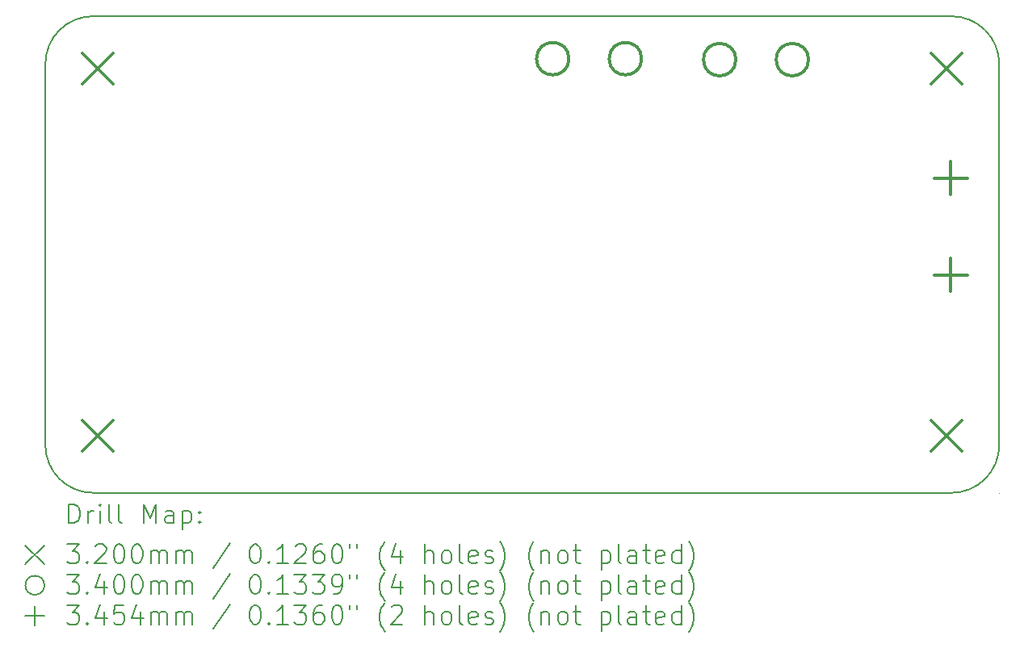
<source format=gbr>
%TF.GenerationSoftware,KiCad,Pcbnew,(6.0.7-1)-1*%
%TF.CreationDate,2022-11-21T17:19:16-08:00*%
%TF.ProjectId,telemetry-emulator-pcb,74656c65-6d65-4747-9279-2d656d756c61,rev?*%
%TF.SameCoordinates,Original*%
%TF.FileFunction,Drillmap*%
%TF.FilePolarity,Positive*%
%FSLAX45Y45*%
G04 Gerber Fmt 4.5, Leading zero omitted, Abs format (unit mm)*
G04 Created by KiCad (PCBNEW (6.0.7-1)-1) date 2022-11-21 17:19:16*
%MOMM*%
%LPD*%
G01*
G04 APERTURE LIST*
%ADD10C,0.200000*%
%ADD11C,0.100000*%
%ADD12C,0.320000*%
%ADD13C,0.340000*%
%ADD14C,0.345440*%
G04 APERTURE END LIST*
D10*
X18500000Y-6500000D02*
G75*
G03*
X18000000Y-6000000I-500000J0D01*
G01*
X9000000Y-11000000D02*
X18000000Y-11000000D01*
D11*
X18500000Y-11000000D02*
X18500000Y-11000000D01*
X18500000Y-11000000D02*
X18500000Y-11000000D01*
X18500000Y-11000000D02*
X18500000Y-11000000D01*
X18500000Y-11000000D02*
X18500000Y-11000000D01*
D10*
X18500000Y-10500000D02*
X18500000Y-6500000D01*
X18000000Y-11000000D02*
G75*
G03*
X18500000Y-10500000I0J500000D01*
G01*
X8500000Y-10500000D02*
X8500000Y-6500000D01*
X9000000Y-6000000D02*
G75*
G03*
X8500000Y-6500000I0J-500000D01*
G01*
X8500000Y-10500000D02*
G75*
G03*
X9000000Y-11000000I500000J0D01*
G01*
X9000000Y-6000000D02*
X18000000Y-6000000D01*
D12*
X8890000Y-6390000D02*
X9210000Y-6710000D01*
X9210000Y-6390000D02*
X8890000Y-6710000D01*
X8890000Y-10240000D02*
X9210000Y-10560000D01*
X9210000Y-10240000D02*
X8890000Y-10560000D01*
X17790000Y-6390000D02*
X18110000Y-6710000D01*
X18110000Y-6390000D02*
X17790000Y-6710000D01*
X17790000Y-10240000D02*
X18110000Y-10560000D01*
X18110000Y-10240000D02*
X17790000Y-10560000D01*
D13*
X13989000Y-6445500D02*
G75*
G03*
X13989000Y-6445500I-170000J0D01*
G01*
X14751000Y-6445500D02*
G75*
G03*
X14751000Y-6445500I-170000J0D01*
G01*
X15739000Y-6455500D02*
G75*
G03*
X15739000Y-6455500I-170000J0D01*
G01*
X16501000Y-6455500D02*
G75*
G03*
X16501000Y-6455500I-170000J0D01*
G01*
D14*
X17992850Y-7525230D02*
X17992850Y-7870670D01*
X17820130Y-7697950D02*
X18165570Y-7697950D01*
X17992850Y-8541230D02*
X17992850Y-8886670D01*
X17820130Y-8713950D02*
X18165570Y-8713950D01*
D10*
X8747619Y-11320476D02*
X8747619Y-11120476D01*
X8795238Y-11120476D01*
X8823810Y-11130000D01*
X8842857Y-11149048D01*
X8852381Y-11168095D01*
X8861905Y-11206190D01*
X8861905Y-11234762D01*
X8852381Y-11272857D01*
X8842857Y-11291905D01*
X8823810Y-11310952D01*
X8795238Y-11320476D01*
X8747619Y-11320476D01*
X8947619Y-11320476D02*
X8947619Y-11187143D01*
X8947619Y-11225238D02*
X8957143Y-11206190D01*
X8966667Y-11196667D01*
X8985714Y-11187143D01*
X9004762Y-11187143D01*
X9071429Y-11320476D02*
X9071429Y-11187143D01*
X9071429Y-11120476D02*
X9061905Y-11130000D01*
X9071429Y-11139524D01*
X9080952Y-11130000D01*
X9071429Y-11120476D01*
X9071429Y-11139524D01*
X9195238Y-11320476D02*
X9176190Y-11310952D01*
X9166667Y-11291905D01*
X9166667Y-11120476D01*
X9300000Y-11320476D02*
X9280952Y-11310952D01*
X9271429Y-11291905D01*
X9271429Y-11120476D01*
X9528571Y-11320476D02*
X9528571Y-11120476D01*
X9595238Y-11263333D01*
X9661905Y-11120476D01*
X9661905Y-11320476D01*
X9842857Y-11320476D02*
X9842857Y-11215714D01*
X9833333Y-11196667D01*
X9814286Y-11187143D01*
X9776190Y-11187143D01*
X9757143Y-11196667D01*
X9842857Y-11310952D02*
X9823810Y-11320476D01*
X9776190Y-11320476D01*
X9757143Y-11310952D01*
X9747619Y-11291905D01*
X9747619Y-11272857D01*
X9757143Y-11253809D01*
X9776190Y-11244286D01*
X9823810Y-11244286D01*
X9842857Y-11234762D01*
X9938095Y-11187143D02*
X9938095Y-11387143D01*
X9938095Y-11196667D02*
X9957143Y-11187143D01*
X9995238Y-11187143D01*
X10014286Y-11196667D01*
X10023810Y-11206190D01*
X10033333Y-11225238D01*
X10033333Y-11282381D01*
X10023810Y-11301428D01*
X10014286Y-11310952D01*
X9995238Y-11320476D01*
X9957143Y-11320476D01*
X9938095Y-11310952D01*
X10119048Y-11301428D02*
X10128571Y-11310952D01*
X10119048Y-11320476D01*
X10109524Y-11310952D01*
X10119048Y-11301428D01*
X10119048Y-11320476D01*
X10119048Y-11196667D02*
X10128571Y-11206190D01*
X10119048Y-11215714D01*
X10109524Y-11206190D01*
X10119048Y-11196667D01*
X10119048Y-11215714D01*
X8290000Y-11550000D02*
X8490000Y-11750000D01*
X8490000Y-11550000D02*
X8290000Y-11750000D01*
X8728571Y-11540476D02*
X8852381Y-11540476D01*
X8785714Y-11616667D01*
X8814286Y-11616667D01*
X8833333Y-11626190D01*
X8842857Y-11635714D01*
X8852381Y-11654762D01*
X8852381Y-11702381D01*
X8842857Y-11721428D01*
X8833333Y-11730952D01*
X8814286Y-11740476D01*
X8757143Y-11740476D01*
X8738095Y-11730952D01*
X8728571Y-11721428D01*
X8938095Y-11721428D02*
X8947619Y-11730952D01*
X8938095Y-11740476D01*
X8928571Y-11730952D01*
X8938095Y-11721428D01*
X8938095Y-11740476D01*
X9023810Y-11559524D02*
X9033333Y-11550000D01*
X9052381Y-11540476D01*
X9100000Y-11540476D01*
X9119048Y-11550000D01*
X9128571Y-11559524D01*
X9138095Y-11578571D01*
X9138095Y-11597619D01*
X9128571Y-11626190D01*
X9014286Y-11740476D01*
X9138095Y-11740476D01*
X9261905Y-11540476D02*
X9280952Y-11540476D01*
X9300000Y-11550000D01*
X9309524Y-11559524D01*
X9319048Y-11578571D01*
X9328571Y-11616667D01*
X9328571Y-11664286D01*
X9319048Y-11702381D01*
X9309524Y-11721428D01*
X9300000Y-11730952D01*
X9280952Y-11740476D01*
X9261905Y-11740476D01*
X9242857Y-11730952D01*
X9233333Y-11721428D01*
X9223810Y-11702381D01*
X9214286Y-11664286D01*
X9214286Y-11616667D01*
X9223810Y-11578571D01*
X9233333Y-11559524D01*
X9242857Y-11550000D01*
X9261905Y-11540476D01*
X9452381Y-11540476D02*
X9471429Y-11540476D01*
X9490476Y-11550000D01*
X9500000Y-11559524D01*
X9509524Y-11578571D01*
X9519048Y-11616667D01*
X9519048Y-11664286D01*
X9509524Y-11702381D01*
X9500000Y-11721428D01*
X9490476Y-11730952D01*
X9471429Y-11740476D01*
X9452381Y-11740476D01*
X9433333Y-11730952D01*
X9423810Y-11721428D01*
X9414286Y-11702381D01*
X9404762Y-11664286D01*
X9404762Y-11616667D01*
X9414286Y-11578571D01*
X9423810Y-11559524D01*
X9433333Y-11550000D01*
X9452381Y-11540476D01*
X9604762Y-11740476D02*
X9604762Y-11607143D01*
X9604762Y-11626190D02*
X9614286Y-11616667D01*
X9633333Y-11607143D01*
X9661905Y-11607143D01*
X9680952Y-11616667D01*
X9690476Y-11635714D01*
X9690476Y-11740476D01*
X9690476Y-11635714D02*
X9700000Y-11616667D01*
X9719048Y-11607143D01*
X9747619Y-11607143D01*
X9766667Y-11616667D01*
X9776190Y-11635714D01*
X9776190Y-11740476D01*
X9871429Y-11740476D02*
X9871429Y-11607143D01*
X9871429Y-11626190D02*
X9880952Y-11616667D01*
X9900000Y-11607143D01*
X9928571Y-11607143D01*
X9947619Y-11616667D01*
X9957143Y-11635714D01*
X9957143Y-11740476D01*
X9957143Y-11635714D02*
X9966667Y-11616667D01*
X9985714Y-11607143D01*
X10014286Y-11607143D01*
X10033333Y-11616667D01*
X10042857Y-11635714D01*
X10042857Y-11740476D01*
X10433333Y-11530952D02*
X10261905Y-11788095D01*
X10690476Y-11540476D02*
X10709524Y-11540476D01*
X10728571Y-11550000D01*
X10738095Y-11559524D01*
X10747619Y-11578571D01*
X10757143Y-11616667D01*
X10757143Y-11664286D01*
X10747619Y-11702381D01*
X10738095Y-11721428D01*
X10728571Y-11730952D01*
X10709524Y-11740476D01*
X10690476Y-11740476D01*
X10671429Y-11730952D01*
X10661905Y-11721428D01*
X10652381Y-11702381D01*
X10642857Y-11664286D01*
X10642857Y-11616667D01*
X10652381Y-11578571D01*
X10661905Y-11559524D01*
X10671429Y-11550000D01*
X10690476Y-11540476D01*
X10842857Y-11721428D02*
X10852381Y-11730952D01*
X10842857Y-11740476D01*
X10833333Y-11730952D01*
X10842857Y-11721428D01*
X10842857Y-11740476D01*
X11042857Y-11740476D02*
X10928571Y-11740476D01*
X10985714Y-11740476D02*
X10985714Y-11540476D01*
X10966667Y-11569048D01*
X10947619Y-11588095D01*
X10928571Y-11597619D01*
X11119048Y-11559524D02*
X11128571Y-11550000D01*
X11147619Y-11540476D01*
X11195238Y-11540476D01*
X11214286Y-11550000D01*
X11223809Y-11559524D01*
X11233333Y-11578571D01*
X11233333Y-11597619D01*
X11223809Y-11626190D01*
X11109524Y-11740476D01*
X11233333Y-11740476D01*
X11404762Y-11540476D02*
X11366667Y-11540476D01*
X11347619Y-11550000D01*
X11338095Y-11559524D01*
X11319048Y-11588095D01*
X11309524Y-11626190D01*
X11309524Y-11702381D01*
X11319048Y-11721428D01*
X11328571Y-11730952D01*
X11347619Y-11740476D01*
X11385714Y-11740476D01*
X11404762Y-11730952D01*
X11414286Y-11721428D01*
X11423809Y-11702381D01*
X11423809Y-11654762D01*
X11414286Y-11635714D01*
X11404762Y-11626190D01*
X11385714Y-11616667D01*
X11347619Y-11616667D01*
X11328571Y-11626190D01*
X11319048Y-11635714D01*
X11309524Y-11654762D01*
X11547619Y-11540476D02*
X11566667Y-11540476D01*
X11585714Y-11550000D01*
X11595238Y-11559524D01*
X11604762Y-11578571D01*
X11614286Y-11616667D01*
X11614286Y-11664286D01*
X11604762Y-11702381D01*
X11595238Y-11721428D01*
X11585714Y-11730952D01*
X11566667Y-11740476D01*
X11547619Y-11740476D01*
X11528571Y-11730952D01*
X11519048Y-11721428D01*
X11509524Y-11702381D01*
X11500000Y-11664286D01*
X11500000Y-11616667D01*
X11509524Y-11578571D01*
X11519048Y-11559524D01*
X11528571Y-11550000D01*
X11547619Y-11540476D01*
X11690476Y-11540476D02*
X11690476Y-11578571D01*
X11766667Y-11540476D02*
X11766667Y-11578571D01*
X12061905Y-11816667D02*
X12052381Y-11807143D01*
X12033333Y-11778571D01*
X12023809Y-11759524D01*
X12014286Y-11730952D01*
X12004762Y-11683333D01*
X12004762Y-11645238D01*
X12014286Y-11597619D01*
X12023809Y-11569048D01*
X12033333Y-11550000D01*
X12052381Y-11521428D01*
X12061905Y-11511905D01*
X12223809Y-11607143D02*
X12223809Y-11740476D01*
X12176190Y-11530952D02*
X12128571Y-11673809D01*
X12252381Y-11673809D01*
X12480952Y-11740476D02*
X12480952Y-11540476D01*
X12566667Y-11740476D02*
X12566667Y-11635714D01*
X12557143Y-11616667D01*
X12538095Y-11607143D01*
X12509524Y-11607143D01*
X12490476Y-11616667D01*
X12480952Y-11626190D01*
X12690476Y-11740476D02*
X12671428Y-11730952D01*
X12661905Y-11721428D01*
X12652381Y-11702381D01*
X12652381Y-11645238D01*
X12661905Y-11626190D01*
X12671428Y-11616667D01*
X12690476Y-11607143D01*
X12719048Y-11607143D01*
X12738095Y-11616667D01*
X12747619Y-11626190D01*
X12757143Y-11645238D01*
X12757143Y-11702381D01*
X12747619Y-11721428D01*
X12738095Y-11730952D01*
X12719048Y-11740476D01*
X12690476Y-11740476D01*
X12871428Y-11740476D02*
X12852381Y-11730952D01*
X12842857Y-11711905D01*
X12842857Y-11540476D01*
X13023809Y-11730952D02*
X13004762Y-11740476D01*
X12966667Y-11740476D01*
X12947619Y-11730952D01*
X12938095Y-11711905D01*
X12938095Y-11635714D01*
X12947619Y-11616667D01*
X12966667Y-11607143D01*
X13004762Y-11607143D01*
X13023809Y-11616667D01*
X13033333Y-11635714D01*
X13033333Y-11654762D01*
X12938095Y-11673809D01*
X13109524Y-11730952D02*
X13128571Y-11740476D01*
X13166667Y-11740476D01*
X13185714Y-11730952D01*
X13195238Y-11711905D01*
X13195238Y-11702381D01*
X13185714Y-11683333D01*
X13166667Y-11673809D01*
X13138095Y-11673809D01*
X13119048Y-11664286D01*
X13109524Y-11645238D01*
X13109524Y-11635714D01*
X13119048Y-11616667D01*
X13138095Y-11607143D01*
X13166667Y-11607143D01*
X13185714Y-11616667D01*
X13261905Y-11816667D02*
X13271428Y-11807143D01*
X13290476Y-11778571D01*
X13300000Y-11759524D01*
X13309524Y-11730952D01*
X13319048Y-11683333D01*
X13319048Y-11645238D01*
X13309524Y-11597619D01*
X13300000Y-11569048D01*
X13290476Y-11550000D01*
X13271428Y-11521428D01*
X13261905Y-11511905D01*
X13623809Y-11816667D02*
X13614286Y-11807143D01*
X13595238Y-11778571D01*
X13585714Y-11759524D01*
X13576190Y-11730952D01*
X13566667Y-11683333D01*
X13566667Y-11645238D01*
X13576190Y-11597619D01*
X13585714Y-11569048D01*
X13595238Y-11550000D01*
X13614286Y-11521428D01*
X13623809Y-11511905D01*
X13700000Y-11607143D02*
X13700000Y-11740476D01*
X13700000Y-11626190D02*
X13709524Y-11616667D01*
X13728571Y-11607143D01*
X13757143Y-11607143D01*
X13776190Y-11616667D01*
X13785714Y-11635714D01*
X13785714Y-11740476D01*
X13909524Y-11740476D02*
X13890476Y-11730952D01*
X13880952Y-11721428D01*
X13871428Y-11702381D01*
X13871428Y-11645238D01*
X13880952Y-11626190D01*
X13890476Y-11616667D01*
X13909524Y-11607143D01*
X13938095Y-11607143D01*
X13957143Y-11616667D01*
X13966667Y-11626190D01*
X13976190Y-11645238D01*
X13976190Y-11702381D01*
X13966667Y-11721428D01*
X13957143Y-11730952D01*
X13938095Y-11740476D01*
X13909524Y-11740476D01*
X14033333Y-11607143D02*
X14109524Y-11607143D01*
X14061905Y-11540476D02*
X14061905Y-11711905D01*
X14071428Y-11730952D01*
X14090476Y-11740476D01*
X14109524Y-11740476D01*
X14328571Y-11607143D02*
X14328571Y-11807143D01*
X14328571Y-11616667D02*
X14347619Y-11607143D01*
X14385714Y-11607143D01*
X14404762Y-11616667D01*
X14414286Y-11626190D01*
X14423809Y-11645238D01*
X14423809Y-11702381D01*
X14414286Y-11721428D01*
X14404762Y-11730952D01*
X14385714Y-11740476D01*
X14347619Y-11740476D01*
X14328571Y-11730952D01*
X14538095Y-11740476D02*
X14519048Y-11730952D01*
X14509524Y-11711905D01*
X14509524Y-11540476D01*
X14700000Y-11740476D02*
X14700000Y-11635714D01*
X14690476Y-11616667D01*
X14671428Y-11607143D01*
X14633333Y-11607143D01*
X14614286Y-11616667D01*
X14700000Y-11730952D02*
X14680952Y-11740476D01*
X14633333Y-11740476D01*
X14614286Y-11730952D01*
X14604762Y-11711905D01*
X14604762Y-11692857D01*
X14614286Y-11673809D01*
X14633333Y-11664286D01*
X14680952Y-11664286D01*
X14700000Y-11654762D01*
X14766667Y-11607143D02*
X14842857Y-11607143D01*
X14795238Y-11540476D02*
X14795238Y-11711905D01*
X14804762Y-11730952D01*
X14823809Y-11740476D01*
X14842857Y-11740476D01*
X14985714Y-11730952D02*
X14966667Y-11740476D01*
X14928571Y-11740476D01*
X14909524Y-11730952D01*
X14900000Y-11711905D01*
X14900000Y-11635714D01*
X14909524Y-11616667D01*
X14928571Y-11607143D01*
X14966667Y-11607143D01*
X14985714Y-11616667D01*
X14995238Y-11635714D01*
X14995238Y-11654762D01*
X14900000Y-11673809D01*
X15166667Y-11740476D02*
X15166667Y-11540476D01*
X15166667Y-11730952D02*
X15147619Y-11740476D01*
X15109524Y-11740476D01*
X15090476Y-11730952D01*
X15080952Y-11721428D01*
X15071428Y-11702381D01*
X15071428Y-11645238D01*
X15080952Y-11626190D01*
X15090476Y-11616667D01*
X15109524Y-11607143D01*
X15147619Y-11607143D01*
X15166667Y-11616667D01*
X15242857Y-11816667D02*
X15252381Y-11807143D01*
X15271428Y-11778571D01*
X15280952Y-11759524D01*
X15290476Y-11730952D01*
X15300000Y-11683333D01*
X15300000Y-11645238D01*
X15290476Y-11597619D01*
X15280952Y-11569048D01*
X15271428Y-11550000D01*
X15252381Y-11521428D01*
X15242857Y-11511905D01*
X8490000Y-11970000D02*
G75*
G03*
X8490000Y-11970000I-100000J0D01*
G01*
X8728571Y-11860476D02*
X8852381Y-11860476D01*
X8785714Y-11936667D01*
X8814286Y-11936667D01*
X8833333Y-11946190D01*
X8842857Y-11955714D01*
X8852381Y-11974762D01*
X8852381Y-12022381D01*
X8842857Y-12041428D01*
X8833333Y-12050952D01*
X8814286Y-12060476D01*
X8757143Y-12060476D01*
X8738095Y-12050952D01*
X8728571Y-12041428D01*
X8938095Y-12041428D02*
X8947619Y-12050952D01*
X8938095Y-12060476D01*
X8928571Y-12050952D01*
X8938095Y-12041428D01*
X8938095Y-12060476D01*
X9119048Y-11927143D02*
X9119048Y-12060476D01*
X9071429Y-11850952D02*
X9023810Y-11993809D01*
X9147619Y-11993809D01*
X9261905Y-11860476D02*
X9280952Y-11860476D01*
X9300000Y-11870000D01*
X9309524Y-11879524D01*
X9319048Y-11898571D01*
X9328571Y-11936667D01*
X9328571Y-11984286D01*
X9319048Y-12022381D01*
X9309524Y-12041428D01*
X9300000Y-12050952D01*
X9280952Y-12060476D01*
X9261905Y-12060476D01*
X9242857Y-12050952D01*
X9233333Y-12041428D01*
X9223810Y-12022381D01*
X9214286Y-11984286D01*
X9214286Y-11936667D01*
X9223810Y-11898571D01*
X9233333Y-11879524D01*
X9242857Y-11870000D01*
X9261905Y-11860476D01*
X9452381Y-11860476D02*
X9471429Y-11860476D01*
X9490476Y-11870000D01*
X9500000Y-11879524D01*
X9509524Y-11898571D01*
X9519048Y-11936667D01*
X9519048Y-11984286D01*
X9509524Y-12022381D01*
X9500000Y-12041428D01*
X9490476Y-12050952D01*
X9471429Y-12060476D01*
X9452381Y-12060476D01*
X9433333Y-12050952D01*
X9423810Y-12041428D01*
X9414286Y-12022381D01*
X9404762Y-11984286D01*
X9404762Y-11936667D01*
X9414286Y-11898571D01*
X9423810Y-11879524D01*
X9433333Y-11870000D01*
X9452381Y-11860476D01*
X9604762Y-12060476D02*
X9604762Y-11927143D01*
X9604762Y-11946190D02*
X9614286Y-11936667D01*
X9633333Y-11927143D01*
X9661905Y-11927143D01*
X9680952Y-11936667D01*
X9690476Y-11955714D01*
X9690476Y-12060476D01*
X9690476Y-11955714D02*
X9700000Y-11936667D01*
X9719048Y-11927143D01*
X9747619Y-11927143D01*
X9766667Y-11936667D01*
X9776190Y-11955714D01*
X9776190Y-12060476D01*
X9871429Y-12060476D02*
X9871429Y-11927143D01*
X9871429Y-11946190D02*
X9880952Y-11936667D01*
X9900000Y-11927143D01*
X9928571Y-11927143D01*
X9947619Y-11936667D01*
X9957143Y-11955714D01*
X9957143Y-12060476D01*
X9957143Y-11955714D02*
X9966667Y-11936667D01*
X9985714Y-11927143D01*
X10014286Y-11927143D01*
X10033333Y-11936667D01*
X10042857Y-11955714D01*
X10042857Y-12060476D01*
X10433333Y-11850952D02*
X10261905Y-12108095D01*
X10690476Y-11860476D02*
X10709524Y-11860476D01*
X10728571Y-11870000D01*
X10738095Y-11879524D01*
X10747619Y-11898571D01*
X10757143Y-11936667D01*
X10757143Y-11984286D01*
X10747619Y-12022381D01*
X10738095Y-12041428D01*
X10728571Y-12050952D01*
X10709524Y-12060476D01*
X10690476Y-12060476D01*
X10671429Y-12050952D01*
X10661905Y-12041428D01*
X10652381Y-12022381D01*
X10642857Y-11984286D01*
X10642857Y-11936667D01*
X10652381Y-11898571D01*
X10661905Y-11879524D01*
X10671429Y-11870000D01*
X10690476Y-11860476D01*
X10842857Y-12041428D02*
X10852381Y-12050952D01*
X10842857Y-12060476D01*
X10833333Y-12050952D01*
X10842857Y-12041428D01*
X10842857Y-12060476D01*
X11042857Y-12060476D02*
X10928571Y-12060476D01*
X10985714Y-12060476D02*
X10985714Y-11860476D01*
X10966667Y-11889048D01*
X10947619Y-11908095D01*
X10928571Y-11917619D01*
X11109524Y-11860476D02*
X11233333Y-11860476D01*
X11166667Y-11936667D01*
X11195238Y-11936667D01*
X11214286Y-11946190D01*
X11223809Y-11955714D01*
X11233333Y-11974762D01*
X11233333Y-12022381D01*
X11223809Y-12041428D01*
X11214286Y-12050952D01*
X11195238Y-12060476D01*
X11138095Y-12060476D01*
X11119048Y-12050952D01*
X11109524Y-12041428D01*
X11300000Y-11860476D02*
X11423809Y-11860476D01*
X11357143Y-11936667D01*
X11385714Y-11936667D01*
X11404762Y-11946190D01*
X11414286Y-11955714D01*
X11423809Y-11974762D01*
X11423809Y-12022381D01*
X11414286Y-12041428D01*
X11404762Y-12050952D01*
X11385714Y-12060476D01*
X11328571Y-12060476D01*
X11309524Y-12050952D01*
X11300000Y-12041428D01*
X11519048Y-12060476D02*
X11557143Y-12060476D01*
X11576190Y-12050952D01*
X11585714Y-12041428D01*
X11604762Y-12012857D01*
X11614286Y-11974762D01*
X11614286Y-11898571D01*
X11604762Y-11879524D01*
X11595238Y-11870000D01*
X11576190Y-11860476D01*
X11538095Y-11860476D01*
X11519048Y-11870000D01*
X11509524Y-11879524D01*
X11500000Y-11898571D01*
X11500000Y-11946190D01*
X11509524Y-11965238D01*
X11519048Y-11974762D01*
X11538095Y-11984286D01*
X11576190Y-11984286D01*
X11595238Y-11974762D01*
X11604762Y-11965238D01*
X11614286Y-11946190D01*
X11690476Y-11860476D02*
X11690476Y-11898571D01*
X11766667Y-11860476D02*
X11766667Y-11898571D01*
X12061905Y-12136667D02*
X12052381Y-12127143D01*
X12033333Y-12098571D01*
X12023809Y-12079524D01*
X12014286Y-12050952D01*
X12004762Y-12003333D01*
X12004762Y-11965238D01*
X12014286Y-11917619D01*
X12023809Y-11889048D01*
X12033333Y-11870000D01*
X12052381Y-11841428D01*
X12061905Y-11831905D01*
X12223809Y-11927143D02*
X12223809Y-12060476D01*
X12176190Y-11850952D02*
X12128571Y-11993809D01*
X12252381Y-11993809D01*
X12480952Y-12060476D02*
X12480952Y-11860476D01*
X12566667Y-12060476D02*
X12566667Y-11955714D01*
X12557143Y-11936667D01*
X12538095Y-11927143D01*
X12509524Y-11927143D01*
X12490476Y-11936667D01*
X12480952Y-11946190D01*
X12690476Y-12060476D02*
X12671428Y-12050952D01*
X12661905Y-12041428D01*
X12652381Y-12022381D01*
X12652381Y-11965238D01*
X12661905Y-11946190D01*
X12671428Y-11936667D01*
X12690476Y-11927143D01*
X12719048Y-11927143D01*
X12738095Y-11936667D01*
X12747619Y-11946190D01*
X12757143Y-11965238D01*
X12757143Y-12022381D01*
X12747619Y-12041428D01*
X12738095Y-12050952D01*
X12719048Y-12060476D01*
X12690476Y-12060476D01*
X12871428Y-12060476D02*
X12852381Y-12050952D01*
X12842857Y-12031905D01*
X12842857Y-11860476D01*
X13023809Y-12050952D02*
X13004762Y-12060476D01*
X12966667Y-12060476D01*
X12947619Y-12050952D01*
X12938095Y-12031905D01*
X12938095Y-11955714D01*
X12947619Y-11936667D01*
X12966667Y-11927143D01*
X13004762Y-11927143D01*
X13023809Y-11936667D01*
X13033333Y-11955714D01*
X13033333Y-11974762D01*
X12938095Y-11993809D01*
X13109524Y-12050952D02*
X13128571Y-12060476D01*
X13166667Y-12060476D01*
X13185714Y-12050952D01*
X13195238Y-12031905D01*
X13195238Y-12022381D01*
X13185714Y-12003333D01*
X13166667Y-11993809D01*
X13138095Y-11993809D01*
X13119048Y-11984286D01*
X13109524Y-11965238D01*
X13109524Y-11955714D01*
X13119048Y-11936667D01*
X13138095Y-11927143D01*
X13166667Y-11927143D01*
X13185714Y-11936667D01*
X13261905Y-12136667D02*
X13271428Y-12127143D01*
X13290476Y-12098571D01*
X13300000Y-12079524D01*
X13309524Y-12050952D01*
X13319048Y-12003333D01*
X13319048Y-11965238D01*
X13309524Y-11917619D01*
X13300000Y-11889048D01*
X13290476Y-11870000D01*
X13271428Y-11841428D01*
X13261905Y-11831905D01*
X13623809Y-12136667D02*
X13614286Y-12127143D01*
X13595238Y-12098571D01*
X13585714Y-12079524D01*
X13576190Y-12050952D01*
X13566667Y-12003333D01*
X13566667Y-11965238D01*
X13576190Y-11917619D01*
X13585714Y-11889048D01*
X13595238Y-11870000D01*
X13614286Y-11841428D01*
X13623809Y-11831905D01*
X13700000Y-11927143D02*
X13700000Y-12060476D01*
X13700000Y-11946190D02*
X13709524Y-11936667D01*
X13728571Y-11927143D01*
X13757143Y-11927143D01*
X13776190Y-11936667D01*
X13785714Y-11955714D01*
X13785714Y-12060476D01*
X13909524Y-12060476D02*
X13890476Y-12050952D01*
X13880952Y-12041428D01*
X13871428Y-12022381D01*
X13871428Y-11965238D01*
X13880952Y-11946190D01*
X13890476Y-11936667D01*
X13909524Y-11927143D01*
X13938095Y-11927143D01*
X13957143Y-11936667D01*
X13966667Y-11946190D01*
X13976190Y-11965238D01*
X13976190Y-12022381D01*
X13966667Y-12041428D01*
X13957143Y-12050952D01*
X13938095Y-12060476D01*
X13909524Y-12060476D01*
X14033333Y-11927143D02*
X14109524Y-11927143D01*
X14061905Y-11860476D02*
X14061905Y-12031905D01*
X14071428Y-12050952D01*
X14090476Y-12060476D01*
X14109524Y-12060476D01*
X14328571Y-11927143D02*
X14328571Y-12127143D01*
X14328571Y-11936667D02*
X14347619Y-11927143D01*
X14385714Y-11927143D01*
X14404762Y-11936667D01*
X14414286Y-11946190D01*
X14423809Y-11965238D01*
X14423809Y-12022381D01*
X14414286Y-12041428D01*
X14404762Y-12050952D01*
X14385714Y-12060476D01*
X14347619Y-12060476D01*
X14328571Y-12050952D01*
X14538095Y-12060476D02*
X14519048Y-12050952D01*
X14509524Y-12031905D01*
X14509524Y-11860476D01*
X14700000Y-12060476D02*
X14700000Y-11955714D01*
X14690476Y-11936667D01*
X14671428Y-11927143D01*
X14633333Y-11927143D01*
X14614286Y-11936667D01*
X14700000Y-12050952D02*
X14680952Y-12060476D01*
X14633333Y-12060476D01*
X14614286Y-12050952D01*
X14604762Y-12031905D01*
X14604762Y-12012857D01*
X14614286Y-11993809D01*
X14633333Y-11984286D01*
X14680952Y-11984286D01*
X14700000Y-11974762D01*
X14766667Y-11927143D02*
X14842857Y-11927143D01*
X14795238Y-11860476D02*
X14795238Y-12031905D01*
X14804762Y-12050952D01*
X14823809Y-12060476D01*
X14842857Y-12060476D01*
X14985714Y-12050952D02*
X14966667Y-12060476D01*
X14928571Y-12060476D01*
X14909524Y-12050952D01*
X14900000Y-12031905D01*
X14900000Y-11955714D01*
X14909524Y-11936667D01*
X14928571Y-11927143D01*
X14966667Y-11927143D01*
X14985714Y-11936667D01*
X14995238Y-11955714D01*
X14995238Y-11974762D01*
X14900000Y-11993809D01*
X15166667Y-12060476D02*
X15166667Y-11860476D01*
X15166667Y-12050952D02*
X15147619Y-12060476D01*
X15109524Y-12060476D01*
X15090476Y-12050952D01*
X15080952Y-12041428D01*
X15071428Y-12022381D01*
X15071428Y-11965238D01*
X15080952Y-11946190D01*
X15090476Y-11936667D01*
X15109524Y-11927143D01*
X15147619Y-11927143D01*
X15166667Y-11936667D01*
X15242857Y-12136667D02*
X15252381Y-12127143D01*
X15271428Y-12098571D01*
X15280952Y-12079524D01*
X15290476Y-12050952D01*
X15300000Y-12003333D01*
X15300000Y-11965238D01*
X15290476Y-11917619D01*
X15280952Y-11889048D01*
X15271428Y-11870000D01*
X15252381Y-11841428D01*
X15242857Y-11831905D01*
X8390000Y-12190000D02*
X8390000Y-12390000D01*
X8290000Y-12290000D02*
X8490000Y-12290000D01*
X8728571Y-12180476D02*
X8852381Y-12180476D01*
X8785714Y-12256667D01*
X8814286Y-12256667D01*
X8833333Y-12266190D01*
X8842857Y-12275714D01*
X8852381Y-12294762D01*
X8852381Y-12342381D01*
X8842857Y-12361428D01*
X8833333Y-12370952D01*
X8814286Y-12380476D01*
X8757143Y-12380476D01*
X8738095Y-12370952D01*
X8728571Y-12361428D01*
X8938095Y-12361428D02*
X8947619Y-12370952D01*
X8938095Y-12380476D01*
X8928571Y-12370952D01*
X8938095Y-12361428D01*
X8938095Y-12380476D01*
X9119048Y-12247143D02*
X9119048Y-12380476D01*
X9071429Y-12170952D02*
X9023810Y-12313809D01*
X9147619Y-12313809D01*
X9319048Y-12180476D02*
X9223810Y-12180476D01*
X9214286Y-12275714D01*
X9223810Y-12266190D01*
X9242857Y-12256667D01*
X9290476Y-12256667D01*
X9309524Y-12266190D01*
X9319048Y-12275714D01*
X9328571Y-12294762D01*
X9328571Y-12342381D01*
X9319048Y-12361428D01*
X9309524Y-12370952D01*
X9290476Y-12380476D01*
X9242857Y-12380476D01*
X9223810Y-12370952D01*
X9214286Y-12361428D01*
X9500000Y-12247143D02*
X9500000Y-12380476D01*
X9452381Y-12170952D02*
X9404762Y-12313809D01*
X9528571Y-12313809D01*
X9604762Y-12380476D02*
X9604762Y-12247143D01*
X9604762Y-12266190D02*
X9614286Y-12256667D01*
X9633333Y-12247143D01*
X9661905Y-12247143D01*
X9680952Y-12256667D01*
X9690476Y-12275714D01*
X9690476Y-12380476D01*
X9690476Y-12275714D02*
X9700000Y-12256667D01*
X9719048Y-12247143D01*
X9747619Y-12247143D01*
X9766667Y-12256667D01*
X9776190Y-12275714D01*
X9776190Y-12380476D01*
X9871429Y-12380476D02*
X9871429Y-12247143D01*
X9871429Y-12266190D02*
X9880952Y-12256667D01*
X9900000Y-12247143D01*
X9928571Y-12247143D01*
X9947619Y-12256667D01*
X9957143Y-12275714D01*
X9957143Y-12380476D01*
X9957143Y-12275714D02*
X9966667Y-12256667D01*
X9985714Y-12247143D01*
X10014286Y-12247143D01*
X10033333Y-12256667D01*
X10042857Y-12275714D01*
X10042857Y-12380476D01*
X10433333Y-12170952D02*
X10261905Y-12428095D01*
X10690476Y-12180476D02*
X10709524Y-12180476D01*
X10728571Y-12190000D01*
X10738095Y-12199524D01*
X10747619Y-12218571D01*
X10757143Y-12256667D01*
X10757143Y-12304286D01*
X10747619Y-12342381D01*
X10738095Y-12361428D01*
X10728571Y-12370952D01*
X10709524Y-12380476D01*
X10690476Y-12380476D01*
X10671429Y-12370952D01*
X10661905Y-12361428D01*
X10652381Y-12342381D01*
X10642857Y-12304286D01*
X10642857Y-12256667D01*
X10652381Y-12218571D01*
X10661905Y-12199524D01*
X10671429Y-12190000D01*
X10690476Y-12180476D01*
X10842857Y-12361428D02*
X10852381Y-12370952D01*
X10842857Y-12380476D01*
X10833333Y-12370952D01*
X10842857Y-12361428D01*
X10842857Y-12380476D01*
X11042857Y-12380476D02*
X10928571Y-12380476D01*
X10985714Y-12380476D02*
X10985714Y-12180476D01*
X10966667Y-12209048D01*
X10947619Y-12228095D01*
X10928571Y-12237619D01*
X11109524Y-12180476D02*
X11233333Y-12180476D01*
X11166667Y-12256667D01*
X11195238Y-12256667D01*
X11214286Y-12266190D01*
X11223809Y-12275714D01*
X11233333Y-12294762D01*
X11233333Y-12342381D01*
X11223809Y-12361428D01*
X11214286Y-12370952D01*
X11195238Y-12380476D01*
X11138095Y-12380476D01*
X11119048Y-12370952D01*
X11109524Y-12361428D01*
X11404762Y-12180476D02*
X11366667Y-12180476D01*
X11347619Y-12190000D01*
X11338095Y-12199524D01*
X11319048Y-12228095D01*
X11309524Y-12266190D01*
X11309524Y-12342381D01*
X11319048Y-12361428D01*
X11328571Y-12370952D01*
X11347619Y-12380476D01*
X11385714Y-12380476D01*
X11404762Y-12370952D01*
X11414286Y-12361428D01*
X11423809Y-12342381D01*
X11423809Y-12294762D01*
X11414286Y-12275714D01*
X11404762Y-12266190D01*
X11385714Y-12256667D01*
X11347619Y-12256667D01*
X11328571Y-12266190D01*
X11319048Y-12275714D01*
X11309524Y-12294762D01*
X11547619Y-12180476D02*
X11566667Y-12180476D01*
X11585714Y-12190000D01*
X11595238Y-12199524D01*
X11604762Y-12218571D01*
X11614286Y-12256667D01*
X11614286Y-12304286D01*
X11604762Y-12342381D01*
X11595238Y-12361428D01*
X11585714Y-12370952D01*
X11566667Y-12380476D01*
X11547619Y-12380476D01*
X11528571Y-12370952D01*
X11519048Y-12361428D01*
X11509524Y-12342381D01*
X11500000Y-12304286D01*
X11500000Y-12256667D01*
X11509524Y-12218571D01*
X11519048Y-12199524D01*
X11528571Y-12190000D01*
X11547619Y-12180476D01*
X11690476Y-12180476D02*
X11690476Y-12218571D01*
X11766667Y-12180476D02*
X11766667Y-12218571D01*
X12061905Y-12456667D02*
X12052381Y-12447143D01*
X12033333Y-12418571D01*
X12023809Y-12399524D01*
X12014286Y-12370952D01*
X12004762Y-12323333D01*
X12004762Y-12285238D01*
X12014286Y-12237619D01*
X12023809Y-12209048D01*
X12033333Y-12190000D01*
X12052381Y-12161428D01*
X12061905Y-12151905D01*
X12128571Y-12199524D02*
X12138095Y-12190000D01*
X12157143Y-12180476D01*
X12204762Y-12180476D01*
X12223809Y-12190000D01*
X12233333Y-12199524D01*
X12242857Y-12218571D01*
X12242857Y-12237619D01*
X12233333Y-12266190D01*
X12119048Y-12380476D01*
X12242857Y-12380476D01*
X12480952Y-12380476D02*
X12480952Y-12180476D01*
X12566667Y-12380476D02*
X12566667Y-12275714D01*
X12557143Y-12256667D01*
X12538095Y-12247143D01*
X12509524Y-12247143D01*
X12490476Y-12256667D01*
X12480952Y-12266190D01*
X12690476Y-12380476D02*
X12671428Y-12370952D01*
X12661905Y-12361428D01*
X12652381Y-12342381D01*
X12652381Y-12285238D01*
X12661905Y-12266190D01*
X12671428Y-12256667D01*
X12690476Y-12247143D01*
X12719048Y-12247143D01*
X12738095Y-12256667D01*
X12747619Y-12266190D01*
X12757143Y-12285238D01*
X12757143Y-12342381D01*
X12747619Y-12361428D01*
X12738095Y-12370952D01*
X12719048Y-12380476D01*
X12690476Y-12380476D01*
X12871428Y-12380476D02*
X12852381Y-12370952D01*
X12842857Y-12351905D01*
X12842857Y-12180476D01*
X13023809Y-12370952D02*
X13004762Y-12380476D01*
X12966667Y-12380476D01*
X12947619Y-12370952D01*
X12938095Y-12351905D01*
X12938095Y-12275714D01*
X12947619Y-12256667D01*
X12966667Y-12247143D01*
X13004762Y-12247143D01*
X13023809Y-12256667D01*
X13033333Y-12275714D01*
X13033333Y-12294762D01*
X12938095Y-12313809D01*
X13109524Y-12370952D02*
X13128571Y-12380476D01*
X13166667Y-12380476D01*
X13185714Y-12370952D01*
X13195238Y-12351905D01*
X13195238Y-12342381D01*
X13185714Y-12323333D01*
X13166667Y-12313809D01*
X13138095Y-12313809D01*
X13119048Y-12304286D01*
X13109524Y-12285238D01*
X13109524Y-12275714D01*
X13119048Y-12256667D01*
X13138095Y-12247143D01*
X13166667Y-12247143D01*
X13185714Y-12256667D01*
X13261905Y-12456667D02*
X13271428Y-12447143D01*
X13290476Y-12418571D01*
X13300000Y-12399524D01*
X13309524Y-12370952D01*
X13319048Y-12323333D01*
X13319048Y-12285238D01*
X13309524Y-12237619D01*
X13300000Y-12209048D01*
X13290476Y-12190000D01*
X13271428Y-12161428D01*
X13261905Y-12151905D01*
X13623809Y-12456667D02*
X13614286Y-12447143D01*
X13595238Y-12418571D01*
X13585714Y-12399524D01*
X13576190Y-12370952D01*
X13566667Y-12323333D01*
X13566667Y-12285238D01*
X13576190Y-12237619D01*
X13585714Y-12209048D01*
X13595238Y-12190000D01*
X13614286Y-12161428D01*
X13623809Y-12151905D01*
X13700000Y-12247143D02*
X13700000Y-12380476D01*
X13700000Y-12266190D02*
X13709524Y-12256667D01*
X13728571Y-12247143D01*
X13757143Y-12247143D01*
X13776190Y-12256667D01*
X13785714Y-12275714D01*
X13785714Y-12380476D01*
X13909524Y-12380476D02*
X13890476Y-12370952D01*
X13880952Y-12361428D01*
X13871428Y-12342381D01*
X13871428Y-12285238D01*
X13880952Y-12266190D01*
X13890476Y-12256667D01*
X13909524Y-12247143D01*
X13938095Y-12247143D01*
X13957143Y-12256667D01*
X13966667Y-12266190D01*
X13976190Y-12285238D01*
X13976190Y-12342381D01*
X13966667Y-12361428D01*
X13957143Y-12370952D01*
X13938095Y-12380476D01*
X13909524Y-12380476D01*
X14033333Y-12247143D02*
X14109524Y-12247143D01*
X14061905Y-12180476D02*
X14061905Y-12351905D01*
X14071428Y-12370952D01*
X14090476Y-12380476D01*
X14109524Y-12380476D01*
X14328571Y-12247143D02*
X14328571Y-12447143D01*
X14328571Y-12256667D02*
X14347619Y-12247143D01*
X14385714Y-12247143D01*
X14404762Y-12256667D01*
X14414286Y-12266190D01*
X14423809Y-12285238D01*
X14423809Y-12342381D01*
X14414286Y-12361428D01*
X14404762Y-12370952D01*
X14385714Y-12380476D01*
X14347619Y-12380476D01*
X14328571Y-12370952D01*
X14538095Y-12380476D02*
X14519048Y-12370952D01*
X14509524Y-12351905D01*
X14509524Y-12180476D01*
X14700000Y-12380476D02*
X14700000Y-12275714D01*
X14690476Y-12256667D01*
X14671428Y-12247143D01*
X14633333Y-12247143D01*
X14614286Y-12256667D01*
X14700000Y-12370952D02*
X14680952Y-12380476D01*
X14633333Y-12380476D01*
X14614286Y-12370952D01*
X14604762Y-12351905D01*
X14604762Y-12332857D01*
X14614286Y-12313809D01*
X14633333Y-12304286D01*
X14680952Y-12304286D01*
X14700000Y-12294762D01*
X14766667Y-12247143D02*
X14842857Y-12247143D01*
X14795238Y-12180476D02*
X14795238Y-12351905D01*
X14804762Y-12370952D01*
X14823809Y-12380476D01*
X14842857Y-12380476D01*
X14985714Y-12370952D02*
X14966667Y-12380476D01*
X14928571Y-12380476D01*
X14909524Y-12370952D01*
X14900000Y-12351905D01*
X14900000Y-12275714D01*
X14909524Y-12256667D01*
X14928571Y-12247143D01*
X14966667Y-12247143D01*
X14985714Y-12256667D01*
X14995238Y-12275714D01*
X14995238Y-12294762D01*
X14900000Y-12313809D01*
X15166667Y-12380476D02*
X15166667Y-12180476D01*
X15166667Y-12370952D02*
X15147619Y-12380476D01*
X15109524Y-12380476D01*
X15090476Y-12370952D01*
X15080952Y-12361428D01*
X15071428Y-12342381D01*
X15071428Y-12285238D01*
X15080952Y-12266190D01*
X15090476Y-12256667D01*
X15109524Y-12247143D01*
X15147619Y-12247143D01*
X15166667Y-12256667D01*
X15242857Y-12456667D02*
X15252381Y-12447143D01*
X15271428Y-12418571D01*
X15280952Y-12399524D01*
X15290476Y-12370952D01*
X15300000Y-12323333D01*
X15300000Y-12285238D01*
X15290476Y-12237619D01*
X15280952Y-12209048D01*
X15271428Y-12190000D01*
X15252381Y-12161428D01*
X15242857Y-12151905D01*
M02*

</source>
